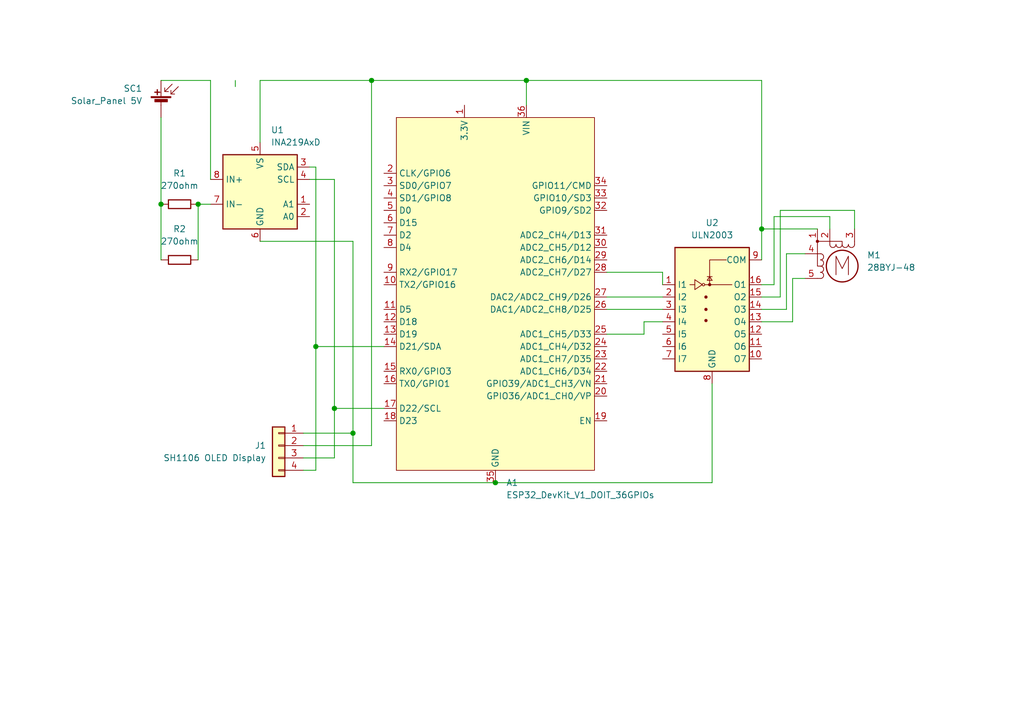
<source format=kicad_sch>
(kicad_sch (version 20231120) (generator "eeschema") (generator_version "8.0")
  (paper "A5")
  (lib_symbols
    (symbol "Connector_Generic:Conn_01x04" (pin_names (offset 1.016) hide)
      (property "Reference" "J" (at 0 5.08 0))
      (property "Value" "Conn_01x04" (at 0 -7.62 0))
      (symbol "Conn_01x04_1_1"
        (rectangle (start -1.27 -4.953) (end 0 -5.207) (stroke (width 0.1524)))
        (rectangle (start -1.27 -2.413) (end 0 -2.667) (stroke (width 0.1524)))
        (rectangle (start -1.27 0.127) (end 0 -0.127) (stroke (width 0.1524)))
        (rectangle (start -1.27 2.667) (end 0 2.413) (stroke (width 0.1524)))
        (rectangle (start -1.27 3.81) (end 1.27 -6.35) (stroke (width 0.254)) (fill (type background)))
        (pin passive line (at -5.08 2.54 0) (length 3.81) (name "Pin_1") (number "1"))
        (pin passive line (at -5.08 0 0) (length 3.81) (name "Pin_2") (number "2"))
        (pin passive line (at -5.08 -2.54 0) (length 3.81) (name "Pin_3") (number "3"))
        (pin passive line (at -5.08 -5.08 0) (length 3.81) (name "Pin_4") (number "4"))
      )
    )
    (symbol "Device:Solar_Cell" (pin_numbers hide) (pin_names (offset 0) hide)
      (property "Reference" "SC" (at 2.54 2.54 0))
      (property "Value" "Solar_Cell" (at 2.54 0 0))
      (symbol "Solar_Cell_0_1"
        (rectangle (start -2.032 1.778) (end 2.032 1.524) (fill (type outline)))
        (rectangle (start -1.3208 1.1938) (end 1.27 0.6858) (fill (type outline)))
        (polyline (pts (xy -2.032 2.286) (xy -3.556 3.81)))
        (polyline (pts (xy -0.762 2.794) (xy -2.286 4.318)))
        (polyline (pts (xy 0 0.762) (xy 0 0)))
        (polyline (pts (xy 0 1.778) (xy 0 2.54)))
        (polyline (pts (xy 0.254 2.667) (xy 1.27 2.667)) (stroke (width 0.254)))
        (polyline (pts (xy 0.762 3.175) (xy 0.762 2.159)) (stroke (width 0.254)))
        (polyline (pts (xy -2.032 3.048) (xy -2.032 2.286) (xy -2.794 2.286)))
        (polyline (pts (xy -0.762 3.556) (xy -0.762 2.794) (xy -1.524 2.794)))
      )
      (symbol "Solar_Cell_1_1"
        (pin passive line (at 0 5.08 270) (length 2.54) (name "+") (number "1"))
        (pin passive line (at 0 -2.54 90) (length 2.54) (name "-") (number "2"))
      )
    )
    (symbol "Motor:Stepper_Motor_unipolar_5pin" (pin_names (offset 0) hide)
      (property "Reference" "M" (at 3.81 2.54 0))
      (property "Value" "Stepper_Motor_unipolar_5pin" (at 3.81 1.27 0))
      (symbol "Stepper_Motor_unipolar_5pin_0_0"
        (polyline (pts (xy -1.27 -1.778) (xy -1.27 2.032) (xy 0 -0.508) (xy 1.27 2.032) (xy 1.27 -1.778)))
      )
      (symbol "Stepper_Motor_unipolar_5pin_0_1"
        (circle (center -5.08 5.08) (radius 0.0001) (fill (type outline)))
        (circle (center -5.08 5.08) (radius 0.254) (fill (type outline)))
        (arc (start -4.445 -2.54) (mid -3.8127 -1.905) (end -4.445 -1.27))
        (arc (start -4.445 -1.27) (mid -3.8127 -0.635) (end -4.445 0))
        (arc (start -4.445 0) (mid -3.8127 0.635) (end -4.445 1.27))
        (arc (start -4.445 1.27) (mid -3.8127 1.905) (end -4.445 2.54))
        (arc (start -2.54 4.445) (mid -1.905 3.8127) (end -1.27 4.445))
        (arc (start -1.27 4.445) (mid -0.635 3.8127) (end 0 4.445))
        (polyline (pts (xy -5.08 -2.54) (xy -4.445 -2.54)))
        (polyline (pts (xy -5.08 2.54) (xy -4.445 2.54)))
        (polyline (pts (xy -2.54 4.445) (xy -2.54 5.08)))
        (polyline (pts (xy 2.54 4.445) (xy 2.54 5.08)))
        (polyline (pts (xy -5.08 5.08) (xy -5.08 0) (xy -4.445 0)))
        (polyline (pts (xy 0 4.445) (xy 0 5.08) (xy -5.08 5.08)))
        (circle (center 0 0) (radius 3.2512) (stroke (width 0.254)))
        (arc (start 0 4.445) (mid 0.635 3.8127) (end 1.27 4.445))
        (arc (start 1.27 4.445) (mid 1.905 3.8127) (end 2.54 4.445))
      )
      (symbol "Stepper_Motor_unipolar_5pin_1_1"
        (pin passive line (at -5.08 7.62 270) (length 2.54) (name "~") (number "1"))
        (pin passive line (at -2.54 7.62 270) (length 2.54) (name "~") (number "2"))
        (pin passive line (at 2.54 7.62 270) (length 2.54) (name "-") (number "3"))
        (pin passive line (at -7.62 2.54 0) (length 2.54) (name "~") (number "4"))
        (pin passive line (at -7.62 -2.54 0) (length 2.54) (name "~") (number "5"))
      )
    )
    (symbol "PCM_SL_Development_Board:ESP32_DevKit_V1_DOIT_36GPIOs"
      (property "Reference" "A" (at -13.97 36.83 0))
      (property "Value" "ESP32_DevKit_V1_DOIT_36GPIOs" (at 0 -31.75 0))
      (symbol "ESP32_DevKit_V1_DOIT_36GPIOs_0_1"
        (rectangle (start -20.32 34.29) (end 20.32 -38.1) (fill (type background)))
      )
      (symbol "ESP32_DevKit_V1_DOIT_36GPIOs_1_1"
        (pin power_in line (at -6.35 36.83 270) (length 2.54) (name "3.3V") (number "1"))
        (pin bidirectional line (at -22.86 0 0) (length 2.54) (name "TX2/GPIO16") (number "10"))
        (pin bidirectional line (at -22.86 -5.08 0) (length 2.54) (name "D5") (number "11"))
        (pin bidirectional line (at -22.86 -7.62 0) (length 2.54) (name "D18") (number "12"))
        (pin bidirectional line (at -22.86 -10.16 0) (length 2.54) (name "D19") (number "13"))
        (pin bidirectional line (at -22.86 -12.7 0) (length 2.54) (name "D21/SDA") (number "14"))
        (pin bidirectional line (at -22.86 -17.78 0) (length 2.54) (name "RX0/GPIO3") (number "15"))
        (pin bidirectional line (at -22.86 -20.32 0) (length 2.54) (name "TX0/GPIO1") (number "16"))
        (pin bidirectional line (at -22.86 -25.4 0) (length 2.54) (name "D22/SCL") (number "17"))
        (pin bidirectional line (at -22.86 -27.94 0) (length 2.54) (name "D23") (number "18"))
        (pin bidirectional line (at 22.86 -27.94 180) (length 2.54) (name "EN") (number "19"))
        (pin bidirectional line (at -22.86 22.86 0) (length 2.54) (name "CLK/GPIO6") (number "2"))
        (pin bidirectional line (at 22.86 -22.86 180) (length 2.54) (name "GPIO36/ADC1_CH0/VP") (number "20"))
        (pin bidirectional line (at 22.86 -20.32 180) (length 2.54) (name "GPIO39/ADC1_CH3/VN") (number "21"))
        (pin bidirectional line (at 22.86 -17.78 180) (length 2.54) (name "ADC1_CH6/D34") (number "22"))
        (pin bidirectional line (at 22.86 -15.24 180) (length 2.54) (name "ADC1_CH7/D35") (number "23"))
        (pin bidirectional line (at 22.86 -12.7 180) (length 2.54) (name "ADC1_CH4/D32") (number "24"))
        (pin bidirectional line (at 22.86 -10.16 180) (length 2.54) (name "ADC1_CH5/D33") (number "25"))
        (pin bidirectional line (at 22.86 -5.08 180) (length 2.54) (name "DAC1/ADC2_CH8/D25") (number "26"))
        (pin bidirectional line (at 22.86 -2.54 180) (length 2.54) (name "DAC2/ADC2_CH9/D26") (number "27"))
        (pin bidirectional line (at 22.86 2.54 180) (length 2.54) (name "ADC2_CH7/D27") (number "28"))
        (pin bidirectional line (at 22.86 5.08 180) (length 2.54) (name "ADC2_CH6/D14") (number "29"))
        (pin bidirectional line (at -22.86 20.32 0) (length 2.54) (name "SD0/GPIO7") (number "3"))
        (pin bidirectional line (at 22.86 7.62 180) (length 2.54) (name "ADC2_CH5/D12") (number "30"))
        (pin bidirectional line (at 22.86 10.16 180) (length 2.54) (name "ADC2_CH4/D13") (number "31"))
        (pin bidirectional line (at 22.86 15.24 180) (length 2.54) (name "GPIO9/SD2") (number "32"))
        (pin bidirectional line (at 22.86 17.78 180) (length 2.54) (name "GPIO10/SD3") (number "33"))
        (pin bidirectional line (at 22.86 20.32 180) (length 2.54) (name "GPIO11/CMD") (number "34"))
        (pin power_out line (at 0 -40.64 90) (length 2.54) (name "GND") (number "35"))
        (pin power_in line (at 6.35 36.83 270) (length 2.54) (name "VIN") (number "36"))
        (pin bidirectional line (at -22.86 17.78 0) (length 2.54) (name "SD1/GPIO8") (number "4"))
        (pin bidirectional line (at -22.86 15.24 0) (length 2.54) (name "D0") (number "5"))
        (pin bidirectional line (at -22.86 12.7 0) (length 2.54) (name "D15") (number "6"))
        (pin bidirectional line (at -22.86 10.16 0) (length 2.54) (name "D2") (number "7"))
        (pin bidirectional line (at -22.86 7.62 0) (length 2.54) (name "D4") (number "8"))
        (pin bidirectional line (at -22.86 2.54 0) (length 2.54) (name "RX2/GPIO17") (number "9"))
      )
    )
    (symbol "PCM_SL_Resistors:270ohm"
      (property "Reference" "R" (at 0 5.08 0))
      (property "Value" "270ohm" (at 0 2.54 0))
      (symbol "270ohm_0_1"
        (rectangle (start -2.286 0.889) (end 2.286 -0.889) (stroke (width 0.24)))
      )
      (symbol "270ohm_1_1"
        (pin passive line (at -3.81 0 0) (length 1.5) (name "") (number "1"))
        (pin passive line (at 3.81 0 180) (length 1.5) (name "~") (number "2"))
      )
    )
    (symbol "Sensor_Energy:INA219AxD"
      (property "Reference" "U" (at -6.35 8.89 0))
      (property "Value" "INA219AxD" (at 5.08 8.89 0))
      (symbol "INA219AxD_0_1"
        (rectangle (start -7.62 7.62) (end 7.62 -7.62) (stroke (width 0.254)) (fill (type background)))
      )
      (symbol "INA219AxD_1_1"
        (pin input line (at 10.16 -2.54 180) (length 2.54) (name "A1") (number "1"))
        (pin input line (at 10.16 -5.08 180) (length 2.54) (name "A0") (number "2"))
        (pin bidirectional line (at 10.16 5.08 180) (length 2.54) (name "SDA") (number "3"))
        (pin input line (at 10.16 2.54 180) (length 2.54) (name "SCL") (number "4"))
        (pin power_in line (at 0 10.16 270) (length 2.54) (name "VS") (number "5"))
        (pin power_in line (at 0 -10.16 90) (length 2.54) (name "GND") (number "6"))
        (pin input line (at -10.16 -2.54 0) (length 2.54) (name "IN-") (number "7"))
        (pin input line (at -10.16 2.54 0) (length 2.54) (name "IN+") (number "8"))
      )
    )
    (symbol "Transistor_Array:ULN2003"
      (property "Reference" "U" (at 0 15.875 0))
      (property "Value" "ULN2003" (at 0 13.97 0))
      (symbol "ULN2003_0_1"
        (rectangle (start -7.62 -12.7) (end 7.62 12.7) (stroke (width 0.254)) (fill (type background)))
        (circle (center -1.778 5.08) (radius 0.254))
        (circle (center -1.27 -2.286) (radius 0.254) (fill (type outline)))
        (circle (center -1.27 0) (radius 0.254) (fill (type outline)))
        (circle (center -1.27 2.54) (radius 0.254) (fill (type outline)))
        (circle (center -0.508 5.08) (radius 0.254) (fill (type outline)))
        (polyline (pts (xy -4.572 5.08) (xy -3.556 5.08)))
        (polyline (pts (xy -1.524 5.08) (xy 4.064 5.08)))
        (polyline (pts (xy 0 6.731) (xy -1.016 6.731)))
        (polyline (pts (xy -0.508 5.08) (xy -0.508 10.16) (xy 2.921 10.16)))
        (polyline (pts (xy -3.556 6.096) (xy -3.556 4.064) (xy -2.032 5.08) (xy -3.556 6.096)))
        (polyline (pts (xy 0 5.969) (xy -1.016 5.969) (xy -0.508 6.731) (xy 0 5.969)))
      )
      (symbol "ULN2003_1_1"
        (pin input line (at -10.16 5.08 0) (length 2.54) (name "I1") (number "1"))
        (pin open_collector line (at 10.16 -10.16 180) (length 2.54) (name "O7") (number "10"))
        (pin open_collector line (at 10.16 -7.62 180) (length 2.54) (name "O6") (number "11"))
        (pin open_collector line (at 10.16 -5.08 180) (length 2.54) (name "O5") (number "12"))
        (pin open_collector line (at 10.16 -2.54 180) (length 2.54) (name "O4") (number "13"))
        (pin open_collector line (at 10.16 0 180) (length 2.54) (name "O3") (number "14"))
        (pin open_collector line (at 10.16 2.54 180) (length 2.54) (name "O2") (number "15"))
        (pin open_collector line (at 10.16 5.08 180) (length 2.54) (name "O1") (number "16"))
        (pin input line (at -10.16 2.54 0) (length 2.54) (name "I2") (number "2"))
        (pin input line (at -10.16 0 0) (length 2.54) (name "I3") (number "3"))
        (pin input line (at -10.16 -2.54 0) (length 2.54) (name "I4") (number "4"))
        (pin input line (at -10.16 -5.08 0) (length 2.54) (name "I5") (number "5"))
        (pin input line (at -10.16 -7.62 0) (length 2.54) (name "I6") (number "6"))
        (pin input line (at -10.16 -10.16 0) (length 2.54) (name "I7") (number "7"))
        (pin power_in line (at 0 -15.24 90) (length 2.54) (name "GND") (number "8"))
        (pin passive line (at 10.16 10.16 180) (length 2.54) (name "COM") (number "9"))
      )
    )
  )
  (junction (at 101.6 99.06))
  (junction (at 33.02 41.91))
  (junction (at 72.39 88.9))
  (junction (at 76.2 16.51))
  (junction (at 107.95 16.51))
  (junction (at 156.21 46.99))
  (junction (at 64.77 71.12))
  (junction (at 40.64 41.91))
  (junction (at 68.58 83.82))
  (wire (pts (xy 107.95 16.51) (xy 107.95 21.59)))
  (wire (pts (xy 72.39 88.9) (xy 62.23 88.9)))
  (wire (pts (xy 156.21 66.04) (xy 162.56 66.04)))
  (wire (pts (xy 63.5 34.29) (xy 64.77 34.29)))
  (wire (pts (xy 76.2 16.51) (xy 76.2 91.44)))
  (wire (pts (xy 156.21 16.51) (xy 156.21 46.99)))
  (wire (pts (xy 156.21 58.42) (xy 158.75 58.42)))
  (wire (pts (xy 175.26 43.18) (xy 175.26 46.99)))
  (wire (pts (xy 40.64 41.91) (xy 40.64 53.34)))
  (wire (pts (xy 53.34 29.21) (xy 53.34 16.51)))
  (wire (pts (xy 63.5 36.83) (xy 68.58 36.83)))
  (wire (pts (xy 64.77 34.29) (xy 64.77 71.12)))
  (wire (pts (xy 62.23 93.98) (xy 68.58 93.98)))
  (wire (pts (xy 33.02 41.91) (xy 33.02 53.34)))
  (wire (pts (xy 124.46 68.58) (xy 132.08 68.58)))
  (wire (pts (xy 72.39 99.06) (xy 72.39 88.9)))
  (wire (pts (xy 53.34 49.53) (xy 72.39 49.53)))
  (wire (pts (xy 146.05 78.74) (xy 146.05 99.06)))
  (wire (pts (xy 76.2 91.44) (xy 62.23 91.44)))
  (wire (pts (xy 146.05 99.06) (xy 101.6 99.06)))
  (wire (pts (xy 48.26 16.51) (xy 48.26 17.78)))
  (wire (pts (xy 33.02 24.13) (xy 33.02 41.91)))
  (wire (pts (xy 124.46 63.5) (xy 135.89 63.5)))
  (wire (pts (xy 135.89 55.88) (xy 135.89 58.42)))
  (wire (pts (xy 161.29 52.07) (xy 165.1 52.07)))
  (wire (pts (xy 78.74 71.12) (xy 64.77 71.12)))
  (wire (pts (xy 64.77 71.12) (xy 64.77 96.52)))
  (wire (pts (xy 162.56 57.15) (xy 165.1 57.15)))
  (wire (pts (xy 156.21 46.99) (xy 167.64 46.99)))
  (wire (pts (xy 156.21 60.96) (xy 160.02 60.96)))
  (wire (pts (xy 132.08 68.58) (xy 132.08 66.04)))
  (wire (pts (xy 160.02 43.18) (xy 175.26 43.18)))
  (wire (pts (xy 68.58 83.82) (xy 68.58 93.98)))
  (wire (pts (xy 124.46 60.96) (xy 135.89 60.96)))
  (wire (pts (xy 156.21 63.5) (xy 161.29 63.5)))
  (wire (pts (xy 40.64 41.91) (xy 43.18 41.91)))
  (wire (pts (xy 43.18 16.51) (xy 33.02 16.51)))
  (wire (pts (xy 72.39 49.53) (xy 72.39 88.9)))
  (wire (pts (xy 53.34 16.51) (xy 76.2 16.51)))
  (wire (pts (xy 101.6 99.06) (xy 72.39 99.06)))
  (wire (pts (xy 64.77 96.52) (xy 62.23 96.52)))
  (wire (pts (xy 132.08 66.04) (xy 135.89 66.04)))
  (wire (pts (xy 170.18 44.45) (xy 170.18 46.99)))
  (wire (pts (xy 107.95 16.51) (xy 76.2 16.51)))
  (wire (pts (xy 158.75 58.42) (xy 158.75 44.45)))
  (wire (pts (xy 78.74 83.82) (xy 68.58 83.82)))
  (wire (pts (xy 161.29 63.5) (xy 161.29 52.07)))
  (wire (pts (xy 158.75 44.45) (xy 170.18 44.45)))
  (wire (pts (xy 124.46 55.88) (xy 135.89 55.88)))
  (wire (pts (xy 107.95 16.51) (xy 156.21 16.51)))
  (wire (pts (xy 68.58 36.83) (xy 68.58 83.82)))
  (wire (pts (xy 43.18 36.83) (xy 43.18 16.51)))
  (wire (pts (xy 162.56 66.04) (xy 162.56 57.15)))
  (wire (pts (xy 156.21 46.99) (xy 156.21 53.34)))
  (wire (pts (xy 160.02 60.96) (xy 160.02 43.18)))
  (symbol (lib_id "Connector_Generic:Conn_01x04") (at 57.15 91.44 0) (mirror y) (unit 1)
    (property "Reference" "J1" (at 54.61 91.4399 0) (effects (justify left)))
    (property "Value" "SH1106 OLED Display" (at 54.61 93.9799 0) (effects (justify left)))
    (property "Description" "Generic connector, single row, 01x04, script generated (kicad-library-utils/schlib/autogen/connector/)" (effects (hide yes)))
  )
  (symbol (lib_id "PCM_SL_Resistors:270ohm") (at 36.83 41.91 0) (unit 1)
    (property "Reference" "R1" (at 36.83 35.56 0))
    (property "Value" "270ohm" (at 36.83 38.1 0))
    (property "Footprint" "Resistor_THT:R_Axial_DIN0207_L6.3mm_D2.5mm_P10.16mm_Horizontal" (effects (hide yes)))
    (property "Description" "270Ω, 1/4W Resistor" (effects (hide yes)))
  )
  (symbol (lib_id "PCM_SL_Development_Board:ESP32_DevKit_V1_DOIT_36GPIOs") (at 101.6 58.42 0) (unit 1)
    (property "Reference" "A1" (at 103.7941 99.06 0) (effects (justify left)))
    (property "Value" "ESP32_DevKit_V1_DOIT_36GPIOs" (at 103.7941 101.6 0) (effects (justify left)))
    (property "Footprint" "PCM_SL_Development_Boards:DOIT_ESP32_DEVKIT_36Pins" (effects (hide yes)))
    (property "Description" "Microcontroller module with ESP32 MCU, WiFi and Bluetooth" (effects (hide yes)))
  )
  (symbol (lib_id "PCM_SL_Resistors:270ohm") (at 36.83 53.34 0) (unit 1)
    (property "Reference" "R2" (at 36.83 46.99 0))
    (property "Value" "270ohm" (at 36.83 49.53 0))
    (property "Footprint" "Resistor_THT:R_Axial_DIN0207_L6.3mm_D2.5mm_P10.16mm_Horizontal" (effects (hide yes)))
    (property "Description" "270Ω, 1/4W Resistor" (effects (hide yes)))
  )
  (symbol (lib_id "Transistor_Array:ULN2003") (at 146.05 63.5 0) (unit 1)
    (property "Reference" "U2" (at 146.05 45.72 0))
    (property "Value" "ULN2003" (at 146.05 48.26 0))
    (property "Datasheet" "http://www.ti.com/lit/ds/symlink/uln2003a.pdf" (effects (hide yes)))
    (property "Description" "High Voltage, High Current Darlington Transistor Arrays, SOIC16/SOIC16W/DIP16/TSSOP16" (effects (hide yes)))
  )
  (symbol (lib_id "Device:Solar_Cell") (at 33.02 21.59 0) (mirror y) (unit 1)
    (property "Reference" "SC1" (at 29.21 18.1609 0) (effects (justify left)))
    (property "Value" "Solar_Panel 5V" (at 29.21 20.7009 0) (effects (justify left)))
    (property "Description" "Single solar cell" (effects (hide yes)))
  )
  (symbol (lib_id "Motor:Stepper_Motor_unipolar_5pin") (at 172.72 54.61 0) (unit 1)
    (property "Reference" "M1" (at 177.8 52.362 0) (effects (justify left)))
    (property "Value" "28BYJ-48" (at 177.8 54.902 0) (effects (justify left)))
    (property "Datasheet" "http://www.infineon.com/dgdl/Application-Note-TLE8110EE_driving_UniPolarStepperMotor_V1.1.pdf?fileId=db3a30431be39b97011be5d0aa0a00b0" (effects (hide yes)))
    (property "Description" "5-wire unipolar stepper motor" (effects (hide yes)))
  )
  (symbol (lib_id "Sensor_Energy:INA219AxD") (at 53.34 39.37 0) (unit 1)
    (property "Reference" "U1" (at 55.5341 26.67 0) (effects (justify left)))
    (property "Value" "INA219AxD" (at 55.5341 29.21 0) (effects (justify left)))
    (property "Footprint" "Package_SO:SOIC-8_3.9x4.9mm_P1.27mm" (effects (hide yes)))
    (property "Datasheet" "http://www.ti.com/lit/ds/symlink/ina219.pdf" (effects (hide yes)))
    (property "Description" "Zero-Drift, Bidirectional Current/Power Monitor (0-26V) With I2C Interface, SOIC-8" (effects (hide yes)))
  )
)
</source>
